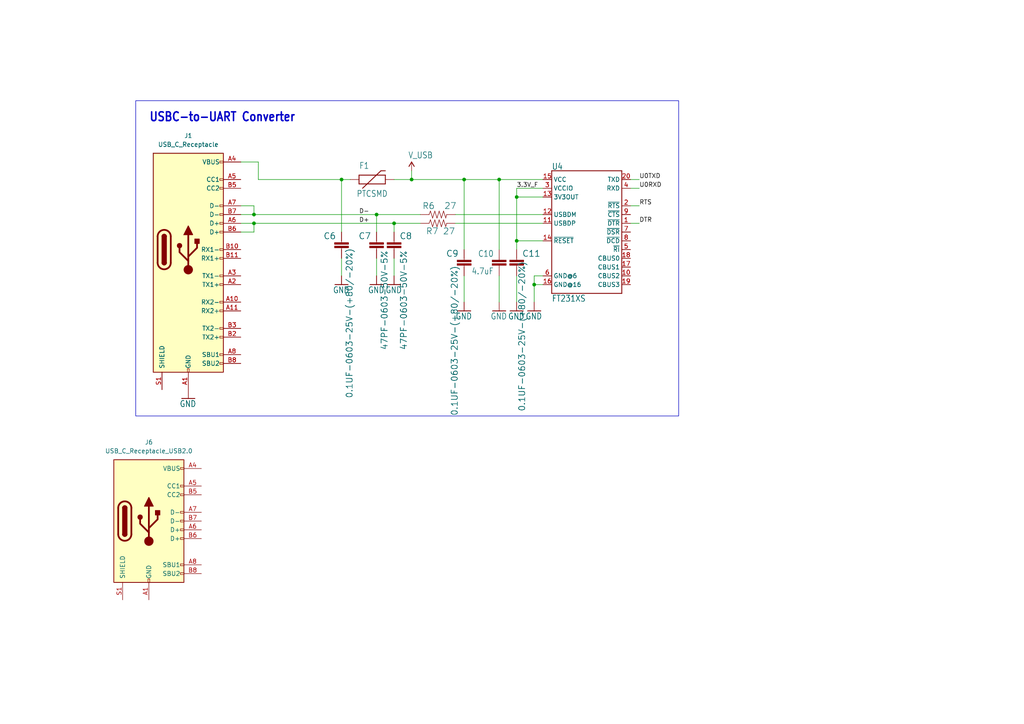
<source format=kicad_sch>
(kicad_sch (version 20230121) (generator eeschema)
  (paper "A4")
  (lib_symbols
    (symbol "Connector:USB_C_Receptacle" (pin_names (offset 1.016))
      (property "Reference" "J" (at -10.16 29.21 0))
      (property "Value" "USB_C_Receptacle" (at 10.16 29.21 0))
      (symbol "USB_C_Receptacle_0_0"
        (rectangle (start -0.254 -35.56) (end 0.254 -34.544))
        (rectangle (start 10.16 -32.766) (end 9.144 -33.274))
        (rectangle (start 10.16 -30.226) (end 9.144 -30.734))
        (rectangle (start 10.16 -25.146) (end 9.144 -25.654))
        (rectangle (start 10.16 -22.606) (end 9.144 -23.114))
        (rectangle (start 10.16 -17.526) (end 9.144 -18.034))
        (rectangle (start 10.16 -14.986) (end 9.144 -15.494))
        (rectangle (start 10.16 -9.906) (end 9.144 -10.414))
        (rectangle (start 10.16 -7.366) (end 9.144 -7.874))
        (rectangle (start 10.16 -2.286) (end 9.144 -2.794))
        (rectangle (start 10.16 0.254) (end 9.144 -0.254))
        (rectangle (start 10.16 5.334) (end 9.144 4.826))
        (rectangle (start 10.16 7.874) (end 9.144 7.366))
        (rectangle (start 10.16 10.414) (end 9.144 9.906))
        (rectangle (start 10.16 12.954) (end 9.144 12.446))
        (rectangle (start 10.16 18.034) (end 9.144 17.526))
        (rectangle (start 10.16 20.574) (end 9.144 20.066))
        (rectangle (start 10.16 25.654) (end 9.144 25.146))
      )
      (symbol "USB_C_Receptacle_0_1"
        (rectangle (start -10.16 27.94) (end 10.16 -35.56) (stroke (width 0.254)) (fill (type background)))
        (arc (start -8.89 -3.81) (mid -6.985 -5.7067) (end -5.08 -3.81) (stroke (width 0.508)))
        (arc (start -7.62 -3.81) (mid -6.985 -4.4423) (end -6.35 -3.81) (stroke (width 0.254)))
        (arc (start -7.62 -3.81) (mid -6.985 -4.4423) (end -6.35 -3.81) (stroke (width 0.254)) (fill (type outline)))
        (rectangle (start -7.62 -3.81) (end -6.35 3.81) (stroke (width 0.254)) (fill (type outline)))
        (arc (start -6.35 3.81) (mid -6.985 4.4423) (end -7.62 3.81) (stroke (width 0.254)))
        (arc (start -6.35 3.81) (mid -6.985 4.4423) (end -7.62 3.81) (stroke (width 0.254)) (fill (type outline)))
        (arc (start -5.08 3.81) (mid -6.985 5.7067) (end -8.89 3.81) (stroke (width 0.508)))
        (polyline (pts (xy -8.89 -3.81) (xy -8.89 3.81)) (stroke (width 0.508)))
        (polyline (pts (xy -5.08 3.81) (xy -5.08 -3.81)) (stroke (width 0.508)))
      )
      (symbol "USB_C_Receptacle_1_1"
        (circle (center -2.54 1.143) (radius 0.635) (stroke (width 0.254)) (fill (type outline)))
        (circle (center 0 -5.842) (radius 1.27) (fill (type outline)))
        (polyline (pts (xy 0 -5.842) (xy 0 4.318)) (stroke (width 0.508)))
        (polyline (pts (xy 0 -3.302) (xy -2.54 -0.762) (xy -2.54 0.508)) (stroke (width 0.508)))
        (polyline (pts (xy 0 -2.032) (xy 2.54 0.508) (xy 2.54 1.778)) (stroke (width 0.508)))
        (polyline (pts (xy -1.27 4.318) (xy 0 6.858) (xy 1.27 4.318) (xy -1.27 4.318)) (stroke (width 0.254)) (fill (type outline)))
        (rectangle (start 1.905 1.778) (end 3.175 3.048) (stroke (width 0.254)) (fill (type outline)))
        (pin passive line (at 0 -40.64 90) (length 5.08) (name "GND") (number "A1"))
        (pin bidirectional line (at 15.24 -15.24 180) (length 5.08) (name "RX2-") (number "A10"))
        (pin bidirectional line (at 15.24 -17.78 180) (length 5.08) (name "RX2+") (number "A11"))
        (pin passive line (at 0 -40.64 90) (length 5.08) hide (name "GND") (number "A12"))
        (pin bidirectional line (at 15.24 -10.16 180) (length 5.08) (name "TX1+") (number "A2"))
        (pin bidirectional line (at 15.24 -7.62 180) (length 5.08) (name "TX1-") (number "A3"))
        (pin passive line (at 15.24 25.4 180) (length 5.08) (name "VBUS") (number "A4"))
        (pin bidirectional line (at 15.24 20.32 180) (length 5.08) (name "CC1") (number "A5"))
        (pin bidirectional line (at 15.24 7.62 180) (length 5.08) (name "D+") (number "A6"))
        (pin bidirectional line (at 15.24 12.7 180) (length 5.08) (name "D-") (number "A7"))
        (pin bidirectional line (at 15.24 -30.48 180) (length 5.08) (name "SBU1") (number "A8"))
        (pin passive line (at 15.24 25.4 180) (length 5.08) hide (name "VBUS") (number "A9"))
        (pin passive line (at 0 -40.64 90) (length 5.08) hide (name "GND") (number "B1"))
        (pin bidirectional line (at 15.24 0 180) (length 5.08) (name "RX1-") (number "B10"))
        (pin bidirectional line (at 15.24 -2.54 180) (length 5.08) (name "RX1+") (number "B11"))
        (pin passive line (at 0 -40.64 90) (length 5.08) hide (name "GND") (number "B12"))
        (pin bidirectional line (at 15.24 -25.4 180) (length 5.08) (name "TX2+") (number "B2"))
        (pin bidirectional line (at 15.24 -22.86 180) (length 5.08) (name "TX2-") (number "B3"))
        (pin passive line (at 15.24 25.4 180) (length 5.08) hide (name "VBUS") (number "B4"))
        (pin bidirectional line (at 15.24 17.78 180) (length 5.08) (name "CC2") (number "B5"))
        (pin bidirectional line (at 15.24 5.08 180) (length 5.08) (name "D+") (number "B6"))
        (pin bidirectional line (at 15.24 10.16 180) (length 5.08) (name "D-") (number "B7"))
        (pin bidirectional line (at 15.24 -33.02 180) (length 5.08) (name "SBU2") (number "B8"))
        (pin passive line (at 15.24 25.4 180) (length 5.08) hide (name "VBUS") (number "B9"))
        (pin passive line (at -7.62 -40.64 90) (length 5.08) (name "SHIELD") (number "S1"))
      )
    )
    (symbol "Connector:USB_C_Receptacle_USB2.0" (pin_names (offset 1.016))
      (property "Reference" "J" (at -10.16 19.05 0))
      (property "Value" "USB_C_Receptacle_USB2.0" (at 19.05 19.05 0))
      (symbol "USB_C_Receptacle_USB2.0_0_0"
        (rectangle (start -0.254 -17.78) (end 0.254 -16.764))
        (rectangle (start 10.16 -14.986) (end 9.144 -15.494))
        (rectangle (start 10.16 -12.446) (end 9.144 -12.954))
        (rectangle (start 10.16 -4.826) (end 9.144 -5.334))
        (rectangle (start 10.16 -2.286) (end 9.144 -2.794))
        (rectangle (start 10.16 0.254) (end 9.144 -0.254))
        (rectangle (start 10.16 2.794) (end 9.144 2.286))
        (rectangle (start 10.16 7.874) (end 9.144 7.366))
        (rectangle (start 10.16 10.414) (end 9.144 9.906))
        (rectangle (start 10.16 15.494) (end 9.144 14.986))
      )
      (symbol "USB_C_Receptacle_USB2.0_0_1"
        (rectangle (start -10.16 17.78) (end 10.16 -17.78) (stroke (width 0.254)) (fill (type background)))
        (arc (start -8.89 -3.81) (mid -6.985 -5.7067) (end -5.08 -3.81) (stroke (width 0.508)))
        (arc (start -7.62 -3.81) (mid -6.985 -4.4423) (end -6.35 -3.81) (stroke (width 0.254)))
        (arc (start -7.62 -3.81) (mid -6.985 -4.4423) (end -6.35 -3.81) (stroke (width 0.254)) (fill (type outline)))
        (rectangle (start -7.62 -3.81) (end -6.35 3.81) (stroke (width 0.254)) (fill (type outline)))
        (arc (start -6.35 3.81) (mid -6.985 4.4423) (end -7.62 3.81) (stroke (width 0.254)))
        (arc (start -6.35 3.81) (mid -6.985 4.4423) (end -7.62 3.81) (stroke (width 0.254)) (fill (type outline)))
        (arc (start -5.08 3.81) (mid -6.985 5.7067) (end -8.89 3.81) (stroke (width 0.508)))
        (circle (center -2.54 1.143) (radius 0.635) (stroke (width 0.254)) (fill (type outline)))
        (circle (center 0 -5.842) (radius 1.27) (fill (type outline)))
        (polyline (pts (xy -8.89 -3.81) (xy -8.89 3.81)) (stroke (width 0.508)))
        (polyline (pts (xy -5.08 3.81) (xy -5.08 -3.81)) (stroke (width 0.508)))
        (polyline (pts (xy 0 -5.842) (xy 0 4.318)) (stroke (width 0.508)))
        (polyline (pts (xy 0 -3.302) (xy -2.54 -0.762) (xy -2.54 0.508)) (stroke (width 0.508)))
        (polyline (pts (xy 0 -2.032) (xy 2.54 0.508) (xy 2.54 1.778)) (stroke (width 0.508)))
        (polyline (pts (xy -1.27 4.318) (xy 0 6.858) (xy 1.27 4.318) (xy -1.27 4.318)) (stroke (width 0.254)) (fill (type outline)))
        (rectangle (start 1.905 1.778) (end 3.175 3.048) (stroke (width 0.254)) (fill (type outline)))
      )
      (symbol "USB_C_Receptacle_USB2.0_1_1"
        (pin passive line (at 0 -22.86 90) (length 5.08) (name "GND") (number "A1"))
        (pin passive line (at 0 -22.86 90) (length 5.08) hide (name "GND") (number "A12"))
        (pin passive line (at 15.24 15.24 180) (length 5.08) (name "VBUS") (number "A4"))
        (pin bidirectional line (at 15.24 10.16 180) (length 5.08) (name "CC1") (number "A5"))
        (pin bidirectional line (at 15.24 -2.54 180) (length 5.08) (name "D+") (number "A6"))
        (pin bidirectional line (at 15.24 2.54 180) (length 5.08) (name "D-") (number "A7"))
        (pin bidirectional line (at 15.24 -12.7 180) (length 5.08) (name "SBU1") (number "A8"))
        (pin passive line (at 15.24 15.24 180) (length 5.08) hide (name "VBUS") (number "A9"))
        (pin passive line (at 0 -22.86 90) (length 5.08) hide (name "GND") (number "B1"))
        (pin passive line (at 0 -22.86 90) (length 5.08) hide (name "GND") (number "B12"))
        (pin passive line (at 15.24 15.24 180) (length 5.08) hide (name "VBUS") (number "B4"))
        (pin bidirectional line (at 15.24 7.62 180) (length 5.08) (name "CC2") (number "B5"))
        (pin bidirectional line (at 15.24 -5.08 180) (length 5.08) (name "D+") (number "B6"))
        (pin bidirectional line (at 15.24 0 180) (length 5.08) (name "D-") (number "B7"))
        (pin bidirectional line (at 15.24 -15.24 180) (length 5.08) (name "SBU2") (number "B8"))
        (pin passive line (at 15.24 15.24 180) (length 5.08) hide (name "VBUS") (number "B9"))
        (pin passive line (at -7.62 -22.86 90) (length 5.08) (name "SHIELD") (number "S1"))
      )
    )
    (symbol "esp32-thing-eagle-import:0.1UF-0603-25V-(+80/-20%)"
      (property "Reference" "C" (at 1.524 2.921 0))
      (symbol "0.1UF-0603-25V-(+80/-20%)_1_0"
        (rectangle (start -2.032 0.508) (end 2.032 1.016) (fill (type outline)))
        (rectangle (start -2.032 1.524) (end 2.032 2.032) (fill (type outline)))
        (polyline (pts (xy 0 0) (xy 0 0.508)) (stroke (width 0.1524)))
        (polyline (pts (xy 0 2.54) (xy 0 2.032)) (stroke (width 0.1524)))
        (pin passive line (at 0 5.08 270) (length 2.54) (name "1") (number "1"))
        (pin passive line (at 0 -2.54 90) (length 2.54) (name "2") (number "2"))
      )
    )
    (symbol "esp32-thing-eagle-import:27OHM1/10W1%(0603)0603-RES"
      (property "Reference" "R" (at 0 1.524 0))
      (symbol "27OHM1/10W1%(0603)0603-RES_1_0"
        (polyline (pts (xy -2.54 0) (xy -2.159 1.016)) (stroke (width 0.1524)))
        (polyline (pts (xy -2.159 1.016) (xy -1.524 -1.016)) (stroke (width 0.1524)))
        (polyline (pts (xy -1.524 -1.016) (xy -0.889 1.016)) (stroke (width 0.1524)))
        (polyline (pts (xy -0.889 1.016) (xy -0.254 -1.016)) (stroke (width 0.1524)))
        (polyline (pts (xy -0.254 -1.016) (xy 0.381 1.016)) (stroke (width 0.1524)))
        (polyline (pts (xy 0.381 1.016) (xy 1.016 -1.016)) (stroke (width 0.1524)))
        (polyline (pts (xy 1.016 -1.016) (xy 1.651 1.016)) (stroke (width 0.1524)))
        (polyline (pts (xy 1.651 1.016) (xy 2.286 -1.016)) (stroke (width 0.1524)))
        (polyline (pts (xy 2.286 -1.016) (xy 2.54 0)) (stroke (width 0.1524)))
        (pin passive line (at -5.08 0 0) (length 2.54) (name "1") (number "1"))
        (pin passive line (at 5.08 0 180) (length 2.54) (name "2") (number "2"))
      )
    )
    (symbol "esp32-thing-eagle-import:4.7UF-6.3V-10%(0603)0603"
      (property "Reference" "C" (at 1.524 2.921 0))
      (symbol "4.7UF-6.3V-10%(0603)0603_1_0"
        (rectangle (start -2.032 0.508) (end 2.032 1.016) (fill (type outline)))
        (rectangle (start -2.032 1.524) (end 2.032 2.032) (fill (type outline)))
        (polyline (pts (xy 0 0) (xy 0 0.508)) (stroke (width 0.1524)))
        (polyline (pts (xy 0 2.54) (xy 0 2.032)) (stroke (width 0.1524)))
        (pin passive line (at 0 5.08 270) (length 2.54) (name "1") (number "1"))
        (pin passive line (at 0 -2.54 90) (length 2.54) (name "2") (number "2"))
      )
    )
    (symbol "esp32-thing-eagle-import:47PF-0603-50V-5%"
      (property "Reference" "C" (at 1.524 2.921 0))
      (symbol "47PF-0603-50V-5%_1_0"
        (rectangle (start -2.032 0.508) (end 2.032 1.016) (fill (type outline)))
        (rectangle (start -2.032 1.524) (end 2.032 2.032) (fill (type outline)))
        (polyline (pts (xy 0 0) (xy 0 0.508)) (stroke (width 0.1524)))
        (polyline (pts (xy 0 2.54) (xy 0 2.032)) (stroke (width 0.1524)))
        (pin passive line (at 0 5.08 270) (length 2.54) (name "1") (number "1"))
        (pin passive line (at 0 -2.54 90) (length 2.54) (name "2") (number "2"))
      )
    )
    (symbol "esp32-thing-eagle-import:FT231XS"
      (symbol "FT231XS_1_0"
        (polyline (pts (xy -10.16 -17.78) (xy 10.16 -17.78)) (stroke (width 0.254)))
        (polyline (pts (xy -10.16 17.78) (xy -10.16 -17.78)) (stroke (width 0.254)))
        (polyline (pts (xy 10.16 -17.78) (xy 10.16 17.78)) (stroke (width 0.254)))
        (polyline (pts (xy 10.16 17.78) (xy -10.16 17.78)) (stroke (width 0.254)))
        (pin bidirectional line (at 12.7 2.54 180) (length 2.54) (name "~{DTR}") (number "1"))
        (pin bidirectional line (at 12.7 -12.7 180) (length 2.54) (name "CBUS2") (number "10"))
        (pin bidirectional line (at -12.7 2.54 0) (length 2.54) (name "USBDP") (number "11"))
        (pin bidirectional line (at -12.7 5.08 0) (length 2.54) (name "USBDM") (number "12"))
        (pin bidirectional line (at -12.7 10.16 0) (length 2.54) (name "3V3OUT") (number "13"))
        (pin bidirectional line (at -12.7 -2.54 0) (length 2.54) (name "~{RESET}") (number "14"))
        (pin bidirectional line (at -12.7 15.24 0) (length 2.54) (name "VCC") (number "15"))
        (pin bidirectional line (at -12.7 -15.24 0) (length 2.54) (name "GND@16") (number "16"))
        (pin bidirectional line (at 12.7 -10.16 180) (length 2.54) (name "CBUS1") (number "17"))
        (pin bidirectional line (at 12.7 -7.62 180) (length 2.54) (name "CBUS0") (number "18"))
        (pin bidirectional line (at 12.7 -15.24 180) (length 2.54) (name "CBUS3") (number "19"))
        (pin bidirectional line (at 12.7 7.62 180) (length 2.54) (name "~{RTS}") (number "2"))
        (pin bidirectional line (at 12.7 15.24 180) (length 2.54) (name "TXD") (number "20"))
        (pin bidirectional line (at -12.7 12.7 0) (length 2.54) (name "VCCIO") (number "3"))
        (pin bidirectional line (at 12.7 12.7 180) (length 2.54) (name "RXD") (number "4"))
        (pin bidirectional line (at 12.7 -5.08 180) (length 2.54) (name "~{RI}") (number "5"))
        (pin bidirectional line (at -12.7 -12.7 0) (length 2.54) (name "GND@6") (number "6"))
        (pin bidirectional line (at 12.7 0 180) (length 2.54) (name "~{DSR}") (number "7"))
        (pin bidirectional line (at 12.7 -2.54 180) (length 2.54) (name "~{DCD}") (number "8"))
        (pin bidirectional line (at 12.7 5.08 180) (length 2.54) (name "~{CTS}") (number "9"))
      )
    )
    (symbol "esp32-thing-eagle-import:GND" (power)
      (property "Value" "GND" (at -2.54 -2.54 0))
      (symbol "GND_1_0"
        (polyline (pts (xy -1.905 0) (xy 1.905 0)) (stroke (width 0.254)))
        (pin power_in line (at 0 2.54 270) (length 2.54) (name "GND") (number "1"))
      )
    )
    (symbol "esp32-thing-eagle-import:PTCSMD"
      (property "Reference" "F" (at -2.54 3.048 0))
      (symbol "PTCSMD_1_0"
        (polyline (pts (xy -2.54 -1.27) (xy -2.54 1.27)) (stroke (width 0.254)))
        (polyline (pts (xy -2.54 1.27) (xy 5.08 1.27)) (stroke (width 0.254)))
        (polyline (pts (xy -1.524 -2.54) (xy 3.81 2.54)) (stroke (width 0.254)))
        (polyline (pts (xy 3.81 2.54) (xy 5.08 2.54)) (stroke (width 0.254)))
        (polyline (pts (xy 5.08 -1.27) (xy -2.54 -1.27)) (stroke (width 0.254)))
        (polyline (pts (xy 5.08 1.27) (xy 5.08 -1.27)) (stroke (width 0.254)))
        (pin bidirectional line (at -5.08 0 0) (length 2.54) (name "1") (number "1"))
        (pin bidirectional line (at 7.62 0 180) (length 2.54) (name "2") (number "2"))
      )
    )
    (symbol "esp32-thing-eagle-import:SparkFun_GND" (power)
      (property "Value" "SparkFun_GND" (at -2.54 -2.54 0))
      (symbol "SparkFun_GND_1_0"
        (polyline (pts (xy -1.905 0) (xy 1.905 0)) (stroke (width 0.254)))
        (pin power_in line (at 0 2.54 270) (length 2.54) (name "GND") (number "1"))
      )
    )
    (symbol "esp32-thing-eagle-import:V_USB" (power)
      (property "Value" "V_USB" (at -1.016 3.556 0))
      (symbol "V_USB_1_0"
        (polyline (pts (xy 0 2.54) (xy -0.762 1.27)) (stroke (width 0.254)))
        (polyline (pts (xy 0.762 1.27) (xy 0 2.54)) (stroke (width 0.254)))
        (pin power_in line (at 0 0 90) (length 2.54) (name "V_USB") (number "1"))
      )
    )
  )
  (junction (at 73.66 62.23))
  (junction (at 109.22 62.23))
  (junction (at 114.3 64.77))
  (junction (at 149.86 69.85))
  (junction (at 144.78 52.07))
  (junction (at 134.62 52.07))
  (junction (at 73.66 64.77))
  (junction (at 99.06 52.07))
  (junction (at 154.94 82.55))
  (junction (at 149.86 57.15))
  (junction (at 119.38 52.07))
  (wire (pts (xy 74.93 52.07) (xy 99.06 52.07)) (stroke (width 0.1524)))
  (wire (pts (xy 69.85 67.31) (xy 73.66 67.31)))
  (wire (pts (xy 149.86 54.61) (xy 157.48 54.61)) (stroke (width 0.1524)))
  (wire (pts (xy 149.86 57.15) (xy 149.86 54.61)) (stroke (width 0.1524)))
  (wire (pts (xy 74.93 52.07) (xy 74.93 46.99)) (stroke (width 0.1524)))
  (wire (pts (xy 109.22 62.23) (xy 109.22 67.31)) (stroke (width 0.1524)))
  (wire (pts (xy 69.85 64.77) (xy 73.66 64.77)) (stroke (width 0.1524)))
  (wire (pts (xy 73.66 62.23) (xy 73.66 59.69)) (stroke (width 0.1524)))
  (wire (pts (xy 157.48 64.77) (xy 132.08 64.77)) (stroke (width 0.1524)))
  (wire (pts (xy 154.94 80.01) (xy 154.94 82.55)) (stroke (width 0.1524)))
  (wire (pts (xy 154.94 82.55) (xy 154.94 87.63)) (stroke (width 0.1524)))
  (wire (pts (xy 73.66 64.77) (xy 114.3 64.77)) (stroke (width 0.1524)))
  (wire (pts (xy 182.88 54.61) (xy 185.42 54.61)) (stroke (width 0.1524)))
  (wire (pts (xy 149.86 87.63) (xy 149.86 80.01)) (stroke (width 0.1524)))
  (wire (pts (xy 157.48 80.01) (xy 154.94 80.01)) (stroke (width 0.1524)))
  (wire (pts (xy 121.92 64.77) (xy 114.3 64.77)) (stroke (width 0.1524)))
  (wire (pts (xy 149.86 57.15) (xy 157.48 57.15)) (stroke (width 0.1524)))
  (wire (pts (xy 182.88 52.07) (xy 185.42 52.07)) (stroke (width 0.1524)))
  (wire (pts (xy 134.62 52.07) (xy 144.78 52.07)) (stroke (width 0.1524)))
  (wire (pts (xy 99.06 80.01) (xy 99.06 74.93)) (stroke (width 0.1524)))
  (wire (pts (xy 73.66 67.31) (xy 73.66 64.77)) (stroke (width 0.1524)))
  (wire (pts (xy 73.66 59.69) (xy 69.85 59.69)) (stroke (width 0.1524)))
  (wire (pts (xy 134.62 87.63) (xy 134.62 80.01)) (stroke (width 0.1524)))
  (wire (pts (xy 74.93 46.99) (xy 69.85 46.99)) (stroke (width 0.1524)))
  (wire (pts (xy 119.38 52.07) (xy 119.38 49.53)) (stroke (width 0.1524)))
  (wire (pts (xy 134.62 72.39) (xy 134.62 52.07)) (stroke (width 0.1524)))
  (wire (pts (xy 121.92 62.23) (xy 109.22 62.23)) (stroke (width 0.1524)))
  (wire (pts (xy 119.38 52.07) (xy 134.62 52.07)) (stroke (width 0.1524)))
  (wire (pts (xy 157.48 62.23) (xy 132.08 62.23)) (stroke (width 0.1524)))
  (wire (pts (xy 114.3 52.07) (xy 119.38 52.07)) (stroke (width 0.1524)))
  (wire (pts (xy 114.3 80.01) (xy 114.3 74.93)) (stroke (width 0.1524)))
  (wire (pts (xy 149.86 69.85) (xy 149.86 57.15)) (stroke (width 0.1524)))
  (wire (pts (xy 149.86 69.85) (xy 157.48 69.85)) (stroke (width 0.1524)))
  (wire (pts (xy 144.78 72.39) (xy 144.78 52.07)) (stroke (width 0.1524)))
  (wire (pts (xy 144.78 87.63) (xy 144.78 80.01)) (stroke (width 0.1524)))
  (wire (pts (xy 73.66 62.23) (xy 109.22 62.23)) (stroke (width 0.1524)))
  (wire (pts (xy 157.48 82.55) (xy 154.94 82.55)) (stroke (width 0.1524)))
  (wire (pts (xy 109.22 80.01) (xy 109.22 74.93)) (stroke (width 0.1524)))
  (wire (pts (xy 99.06 67.31) (xy 99.06 52.07)) (stroke (width 0.1524)))
  (wire (pts (xy 182.88 64.77) (xy 185.42 64.77)) (stroke (width 0.1524)))
  (wire (pts (xy 149.86 72.39) (xy 149.86 69.85)) (stroke (width 0.1524)))
  (wire (pts (xy 114.3 64.77) (xy 114.3 67.31)) (stroke (width 0.1524)))
  (wire (pts (xy 99.06 52.07) (xy 101.6 52.07)) (stroke (width 0.1524)))
  (wire (pts (xy 144.78 52.07) (xy 157.48 52.07)) (stroke (width 0.1524)))
  (wire (pts (xy 182.88 59.69) (xy 185.42 59.69)) (stroke (width 0.1524)))
  (wire (pts (xy 69.85 62.23) (xy 73.66 62.23)))
  (rectangle (start 39.37 29.21) (end 196.85 120.65))
  (text "USBC-to-UART Converter" (at 43.18 35.56 0) (effects (font (size 2.54 2.159) (thickness 0.4318) bold) (justify left bottom)))
  (label "3.3V_F" (at 149.86 54.61 0) (effects (font (size 1.2446 1.2446))))
  (label "U0TXD" (at 185.42 52.07 0))
  (label "D+" (at 104.14 64.77 0) (effects (font (size 1.2446 1.2446))))
  (label "D-" (at 104.14 62.23 0) (effects (font (size 1.2446 1.2446))))
  (label "U0RXD" (at 185.42 54.61 0))
  (label "DTR" (at 185.42 64.77 0))
  (label "RTS" (at 185.42 59.69 0))
  (symbol (lib_id "esp32-thing-eagle-import:V_USB") (at 119.38 49.53 0) (unit 1)
    (property "Reference" "#SUPPLY07" (effects hide))
    (property "Value" "V_USB" (at 118.364 45.974 0) (effects (font (size 1.778 1.5113)) (justify left bottom)))
    (instances (project "HM_mainboard" (path "" (reference "#SUPPLY07") (unit 1)) (path "" (reference "#SUPPLY06") (unit 1)) (path "" (reference "#SUPPLY06") (unit 1))) (project "esp32-thing" (path "" (reference "#SUPPLY14") (unit 1))))
  )
  (symbol (lib_id "esp32-thing-eagle-import:GND") (at 54.61 115.57 0) (unit 1)
    (property "Reference" "#GND012" (effects hide))
    (property "Value" "GND" (at 52.07 118.11 0) (effects (font (size 1.778 1.5113)) (justify left bottom)))
    (instances (project "HM_mainboard" (path "" (reference "#GND012") (unit 1)) (path "" (reference "#GND011") (unit 1)) (path "" (reference "#GND011") (unit 1))) (project "esp32-thing" (path "" (reference "#GND26") (unit 1))))
  )
  (symbol (lib_id "esp32-thing-eagle-import:47PF-0603-50V-5%") (at 109.22 72.39 0) (mirror y) (unit 1)
    (property "Reference" "C7" (at 107.696 69.469 0) (effects (font (size 1.778 1.778)) (justify left bottom)))
    (property "Value" "47PF-0603-50V-5%" (at 110.49 101.6 90) (effects (font (size 1.778 1.778)) (justify left bottom)))
    (property "Footprint" "esp32-thing:0603" (effects hide))
    (instances (project "HM_mainboard" (path "" (reference "C7") (unit 1)) (path "" (reference "C8") (unit 1)) (path "" (reference "C8") (unit 1))) (project "esp32-thing" (path "" (reference "C12") (unit 1))))
  )
  (symbol (lib_id "esp32-thing-eagle-import:0.1UF-0603-25V-(+80/-20%)") (at 134.62 77.47 0) (mirror y) (unit 1)
    (property "Reference" "C9" (at 133.096 74.549 0) (effects (font (size 1.778 1.778)) (justify left bottom)))
    (property "Value" "0.1UF-0603-25V-(+80/-20%)" (at 130.81 120.65 90) (effects (font (size 1.778 1.778)) (justify left bottom)))
    (property "Footprint" "esp32-thing:0603" (effects hide))
    (instances (project "HM_mainboard" (path "" (reference "C9") (unit 1)) (path "" (reference "C10") (unit 1)) (path "" (reference "C10") (unit 1))) (project "esp32-thing" (path "" (reference "C14") (unit 1))))
  )
  (symbol (lib_id "esp32-thing-eagle-import:27OHM1/10W1%(0603)0603-RES") (at 127 62.23 0) (unit 1)
    (property "Reference" "R6" (at 122.428 60.7314 0) (effects (font (size 1.778 1.778)) (justify left bottom)))
    (property "Value" "27" (at 128.778 60.706 0) (effects (font (size 1.778 1.778)) (justify left bottom)))
    (property "Footprint" "esp32-thing:0603" (effects hide))
    (instances (project "HM_mainboard" (path "" (reference "R6") (unit 1)) (path "" (reference "R5") (unit 1)) (path "" (reference "R5") (unit 1))) (project "esp32-thing" (path "" (reference "R13") (unit 1))))
  )
  (symbol (lib_id "esp32-thing-eagle-import:4.7UF-6.3V-10%(0603)0603") (at 144.78 77.47 0) (mirror y) (unit 1)
    (property "Reference" "C10" (at 143.256 74.549 0) (effects (font (size 1.778 1.5113)) (justify left bottom)))
    (property "Value" "4.7uF" (at 143.256 79.629 0) (effects (font (size 1.778 1.5113)) (justify left bottom)))
    (property "Footprint" "esp32-thing:0603-CAP" (effects hide))
    (instances (project "HM_mainboard" (path "" (reference "C10") (unit 1)) (path "" (reference "C11") (unit 1)) (path "" (reference "C11") (unit 1))) (project "esp32-thing" (path "" (reference "C15") (unit 1))))
  )
  (symbol (lib_id "esp32-thing-eagle-import:GND") (at 114.3 82.55 0) (unit 1)
    (property "Reference" "#GND015" (effects hide))
    (property "Value" "GND" (at 111.76 85.09 0) (effects (font (size 1.778 1.5113)) (justify left bottom)))
    (instances (project "HM_mainboard" (path "" (reference "#GND015") (unit 1)) (path "" (reference "#GND014") (unit 1)) (path "" (reference "#GND014") (unit 1))) (project "esp32-thing" (path "" (reference "#GND29") (unit 1))))
  )
  (symbol (lib_id "esp32-thing-eagle-import:0.1UF-0603-25V-(+80/-20%)") (at 99.06 72.39 0) (mirror y) (unit 1)
    (property "Reference" "C6" (at 97.536 69.469 0) (effects (font (size 1.778 1.778)) (justify left bottom)))
    (property "Value" "0.1UF-0603-25V-(+80/-20%)" (at 100.33 115.57 90) (effects (font (size 1.778 1.778)) (justify left bottom)))
    (property "Footprint" "esp32-thing:0603" (effects hide))
    (instances (project "HM_mainboard" (path "" (reference "C6") (unit 1)) (path "" (reference "C7") (unit 1)) (path "" (reference "C7") (unit 1))) (project "esp32-thing" (path "" (reference "C11") (unit 1))))
  )
  (symbol (lib_id "esp32-thing-eagle-import:27OHM1/10W1%(0603)0603-RES") (at 127 64.77 0) (unit 1)
    (property "Reference" "R7" (at 127.254 66.0146 0) (effects (font (size 1.778 1.778)) (justify right top)))
    (property "Value" "27" (at 132.08 66.04 0) (effects (font (size 1.778 1.778)) (justify right top)))
    (property "Footprint" "esp32-thing:0603" (effects hide))
    (instances (project "HM_mainboard" (path "" (reference "R7") (unit 1)) (path "" (reference "R6") (unit 1)) (path "" (reference "R6") (unit 1))) (project "esp32-thing" (path "" (reference "R14") (unit 1))))
  )
  (symbol (lib_id "esp32-thing-eagle-import:GND") (at 134.62 90.17 0) (unit 1)
    (property "Reference" "#GND016" (effects hide))
    (property "Value" "GND" (at 132.08 92.71 0) (effects (font (size 1.778 1.5113)) (justify left bottom)))
    (instances (project "HM_mainboard" (path "" (reference "#GND016") (unit 1)) (path "" (reference "#GND015") (unit 1)) (path "" (reference "#GND015") (unit 1))) (project "esp32-thing" (path "" (reference "#GND30") (unit 1))))
  )
  (symbol (lib_id "esp32-thing-eagle-import:47PF-0603-50V-5%") (at 114.3 72.39 0) (unit 1)
    (property "Reference" "C8" (at 115.824 69.469 0) (effects (font (size 1.778 1.778)) (justify left bottom)))
    (property "Value" "47PF-0603-50V-5%" (at 118.11 101.6 90) (effects (font (size 1.778 1.778)) (justify left bottom)))
    (property "Footprint" "esp32-thing:0603" (effects hide))
    (instances (project "HM_mainboard" (path "" (reference "C8") (unit 1)) (path "" (reference "C9") (unit 1)) (path "" (reference "C9") (unit 1))) (project "esp32-thing" (path "" (reference "C13") (unit 1))))
  )
  (symbol (lib_id "esp32-thing-eagle-import:GND") (at 154.94 90.17 0) (unit 1)
    (property "Reference" "#GND019" (effects hide))
    (property "Value" "GND" (at 152.4 92.71 0) (effects (font (size 1.778 1.5113)) (justify left bottom)))
    (instances (project "HM_mainboard" (path "" (reference "#GND019") (unit 1)) (path "" (reference "#GND018") (unit 1)) (path "" (reference "#GND018") (unit 1))) (project "esp32-thing" (path "" (reference "#GND33") (unit 1))))
  )
  (symbol (lib_id "esp32-thing-eagle-import:GND") (at 149.86 90.17 0) (unit 1)
    (property "Reference" "#GND018" (effects hide))
    (property "Value" "GND" (at 147.32 92.71 0) (effects (font (size 1.778 1.5113)) (justify left bottom)))
    (instances (project "HM_mainboard" (path "" (reference "#GND018") (unit 1)) (path "" (reference "#GND017") (unit 1)) (path "" (reference "#GND017") (unit 1))) (project "esp32-thing" (path "" (reference "#GND32") (unit 1))))
  )
  (symbol (lib_id "esp32-thing-eagle-import:GND") (at 109.22 82.55 0) (unit 1)
    (property "Reference" "#GND014" (effects hide))
    (property "Value" "GND" (at 106.68 85.09 0) (effects (font (size 1.778 1.5113)) (justify left bottom)))
    (instances (project "HM_mainboard" (path "" (reference "#GND014") (unit 1)) (path "" (reference "#GND013") (unit 1)) (path "" (reference "#GND013") (unit 1))) (project "esp32-thing" (path "" (reference "#GND28") (unit 1))))
  )
  (symbol (lib_id "esp32-thing-eagle-import:FT231XS") (at 170.18 67.31 0) (unit 1)
    (property "Reference" "U4" (at 160.02 49.276 0) (effects (font (size 1.778 1.5113)) (justify left bottom)))
    (property "Value" "FT231XS" (at 160.02 85.598 0) (effects (font (size 1.778 1.5113)) (justify left top)))
    (property "Footprint" "esp32-thing:SSOP20_L" (effects hide))
  )
  (symbol (lib_id "esp32-thing-eagle-import:SparkFun_GND") (at 99.06 82.55 0) (unit 1)
    (property "Reference" "#GND013" (effects hide))
    (property "Value" "GND" (at 96.52 85.09 0) (effects (font (size 1.778 1.5113)) (justify left bottom)))
    (instances (project "HM_mainboard" (path "" (reference "#GND013") (unit 1)) (path "" (reference "#GND012") (unit 1)) (path "" (reference "#GND012") (unit 1))) (project "esp32-thing" (path "" (reference "#GND27") (unit 1))))
  )
  (symbol (lib_id "esp32-thing-eagle-import:0.1UF-0603-25V-(+80/-20%)") (at 149.86 77.47 0) (unit 1)
    (property "Reference" "C11" (at 151.384 74.549 0) (effects (font (size 1.778 1.778)) (justify left bottom)))
    (property "Value" "0.1UF-0603-25V-(+80/-20%)" (at 152.4 119.38 90) (effects (font (size 1.778 1.778)) (justify left bottom)))
    (property "Footprint" "esp32-thing:0603" (effects hide))
    (instances (project "HM_mainboard" (path "" (reference "C11") (unit 1)) (path "" (reference "C12") (unit 1)) (path "" (reference "C12") (unit 1))) (project "esp32-thing" (path "" (reference "C16") (unit 1))))
  )
  (symbol (lib_id "esp32-thing-eagle-import:PTCSMD") (at 106.68 52.07 0) (unit 1)
    (property "Reference" "F1" (at 104.14 49.022 0) (effects (font (size 1.778 1.5113)) (justify left bottom)))
    (property "Value" "PTCSMD" (at 103.378 57.15 0) (effects (font (size 1.778 1.5113)) (justify left bottom)))
    (property "Footprint" "esp32-thing:PTC-1206" (effects hide))
  )
  (symbol (lib_id "esp32-thing-eagle-import:GND") (at 144.78 90.17 0) (unit 1)
    (property "Reference" "#GND017" (effects hide))
    (property "Value" "GND" (at 142.24 92.71 0) (effects (font (size 1.778 1.5113)) (justify left bottom)))
    (instances (project "HM_mainboard" (path "" (reference "#GND017") (unit 1)) (path "" (reference "#GND016") (unit 1)) (path "" (reference "#GND016") (unit 1))) (project "esp32-thing" (path "" (reference "#GND31") (unit 1))))
  )
  (symbol (lib_id "Connector:USB_C_Receptacle") (at 54.61 72.39 0) (unit 1)
    (property "Reference" "J1" (at 54.61 39.37 0))
    (property "Value" "USB_C_Receptacle" (at 54.61 41.91 0))
    (property "Footprint" "HeadMouse:632723300011" (effects hide))
    (property "Datasheet" "https://www.usb.org/sites/default/files/documents/usb_type-c.zip" (effects hide))
  )
  (symbol (lib_id "Connector:USB_C_Receptacle_USB2.0") (at 43.18 151.13 0) (unit 1)
    (property "Reference" "J6" (at 43.18 128.27 0))
    (property "Value" "USB_C_Receptacle_USB2.0" (at 43.18 130.81 0))
    (property "Datasheet" "https://www.usb.org/sites/default/files/documents/usb_type-c.zip" (effects hide))
  )
)
</source>
